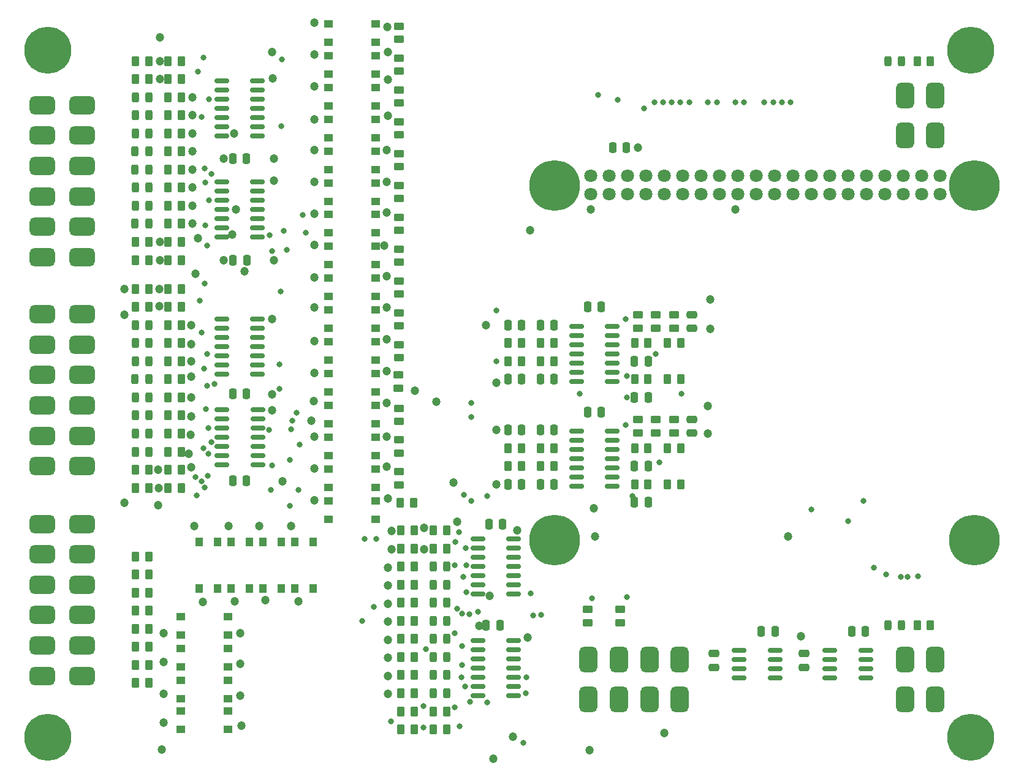
<source format=gbr>
%TF.GenerationSoftware,KiCad,Pcbnew,6.0.7-1.fc36*%
%TF.CreationDate,2022-08-21T12:52:59+01:00*%
%TF.ProjectId,controller,636f6e74-726f-46c6-9c65-722e6b696361,rev?*%
%TF.SameCoordinates,Original*%
%TF.FileFunction,Soldermask,Top*%
%TF.FilePolarity,Negative*%
%FSLAX46Y46*%
G04 Gerber Fmt 4.6, Leading zero omitted, Abs format (unit mm)*
G04 Created by KiCad (PCBNEW 6.0.7-1.fc36) date 2022-08-21 12:52:59*
%MOMM*%
%LPD*%
G01*
G04 APERTURE LIST*
G04 Aperture macros list*
%AMRoundRect*
0 Rectangle with rounded corners*
0 $1 Rounding radius*
0 $2 $3 $4 $5 $6 $7 $8 $9 X,Y pos of 4 corners*
0 Add a 4 corners polygon primitive as box body*
4,1,4,$2,$3,$4,$5,$6,$7,$8,$9,$2,$3,0*
0 Add four circle primitives for the rounded corners*
1,1,$1+$1,$2,$3*
1,1,$1+$1,$4,$5*
1,1,$1+$1,$6,$7*
1,1,$1+$1,$8,$9*
0 Add four rect primitives between the rounded corners*
20,1,$1+$1,$2,$3,$4,$5,0*
20,1,$1+$1,$4,$5,$6,$7,0*
20,1,$1+$1,$6,$7,$8,$9,0*
20,1,$1+$1,$8,$9,$2,$3,0*%
G04 Aperture macros list end*
%ADD10RoundRect,0.250000X0.250000X0.475000X-0.250000X0.475000X-0.250000X-0.475000X0.250000X-0.475000X0*%
%ADD11RoundRect,0.250000X-0.250000X-0.475000X0.250000X-0.475000X0.250000X0.475000X-0.250000X0.475000X0*%
%ADD12RoundRect,0.250000X0.475000X-0.250000X0.475000X0.250000X-0.475000X0.250000X-0.475000X-0.250000X0*%
%ADD13RoundRect,0.625000X-0.625000X-1.125000X0.625000X-1.125000X0.625000X1.125000X-0.625000X1.125000X0*%
%ADD14RoundRect,0.250000X-0.262500X-0.450000X0.262500X-0.450000X0.262500X0.450000X-0.262500X0.450000X0*%
%ADD15RoundRect,0.250000X0.262500X0.450000X-0.262500X0.450000X-0.262500X-0.450000X0.262500X-0.450000X0*%
%ADD16RoundRect,0.250000X0.450000X-0.262500X0.450000X0.262500X-0.450000X0.262500X-0.450000X-0.262500X0*%
%ADD17RoundRect,0.150000X-0.825000X-0.150000X0.825000X-0.150000X0.825000X0.150000X-0.825000X0.150000X0*%
%ADD18R,1.200000X1.000000*%
%ADD19RoundRect,0.243750X0.243750X0.456250X-0.243750X0.456250X-0.243750X-0.456250X0.243750X-0.456250X0*%
%ADD20RoundRect,0.243750X-0.243750X-0.456250X0.243750X-0.456250X0.243750X0.456250X-0.243750X0.456250X0*%
%ADD21R,1.000000X1.200000*%
%ADD22RoundRect,0.250000X-0.450000X0.262500X-0.450000X-0.262500X0.450000X-0.262500X0.450000X0.262500X0*%
%ADD23C,7.000000*%
%ADD24C,1.800000*%
%ADD25RoundRect,0.625000X-1.125000X0.625000X-1.125000X-0.625000X1.125000X-0.625000X1.125000X0.625000X0*%
%ADD26C,6.500000*%
%ADD27C,1.200000*%
%ADD28C,0.800000*%
G04 APERTURE END LIST*
D10*
%TO.C,C1*%
X129950000Y-63500000D03*
X128050000Y-63500000D03*
%TD*%
D11*
%TO.C,C2*%
X148550000Y-130365000D03*
X150450000Y-130365000D03*
%TD*%
D12*
%TO.C,C3*%
X142000000Y-135315000D03*
X142000000Y-133415000D03*
%TD*%
D11*
%TO.C,C4*%
X161050000Y-130365000D03*
X162950000Y-130365000D03*
%TD*%
D12*
%TO.C,C5*%
X154500000Y-135315000D03*
X154500000Y-133415000D03*
%TD*%
D10*
%TO.C,C6*%
X119950000Y-102500000D03*
X118050000Y-102500000D03*
%TD*%
%TO.C,C8*%
X126450000Y-100000000D03*
X124550000Y-100000000D03*
%TD*%
%TO.C,C9*%
X119950000Y-110000000D03*
X118050000Y-110000000D03*
%TD*%
D13*
%TO.C,J1*%
X168400000Y-56250000D03*
X168400000Y-61750000D03*
X172600000Y-56250000D03*
X172600000Y-61750000D03*
%TD*%
%TO.C,J8*%
X168400000Y-134250000D03*
X168400000Y-139750000D03*
X172600000Y-134250000D03*
X172600000Y-139750000D03*
%TD*%
%TO.C,J10*%
X124700000Y-134250000D03*
X124700000Y-139750000D03*
X128900000Y-134250000D03*
X128900000Y-139750000D03*
X133100000Y-134250000D03*
X133100000Y-139750000D03*
X137300000Y-134250000D03*
X137300000Y-139750000D03*
%TD*%
D14*
%TO.C,R1*%
X170087500Y-51500000D03*
X171912500Y-51500000D03*
%TD*%
%TO.C,R2*%
X170087500Y-129500000D03*
X171912500Y-129500000D03*
%TD*%
%TO.C,R3*%
X113587500Y-105000000D03*
X115412500Y-105000000D03*
%TD*%
%TO.C,R4*%
X118087500Y-105000000D03*
X119912500Y-105000000D03*
%TD*%
%TO.C,R5*%
X113587500Y-107500000D03*
X115412500Y-107500000D03*
%TD*%
%TO.C,R6*%
X118087500Y-107500000D03*
X119912500Y-107500000D03*
%TD*%
D15*
%TO.C,R7*%
X137412500Y-110000000D03*
X135587500Y-110000000D03*
%TD*%
%TO.C,R8*%
X132912500Y-110000000D03*
X131087500Y-110000000D03*
%TD*%
%TO.C,R9*%
X132912500Y-105000000D03*
X131087500Y-105000000D03*
%TD*%
D14*
%TO.C,R10*%
X135587500Y-105000000D03*
X137412500Y-105000000D03*
%TD*%
D16*
%TO.C,R11*%
X136500000Y-102912500D03*
X136500000Y-101087500D03*
%TD*%
%TO.C,R13*%
X131500000Y-102912500D03*
X131500000Y-101087500D03*
%TD*%
D15*
%TO.C,R23*%
X68412500Y-54000000D03*
X66587500Y-54000000D03*
%TD*%
D17*
%TO.C,U3*%
X123025000Y-102690000D03*
X123025000Y-103960000D03*
X123025000Y-105230000D03*
X123025000Y-106500000D03*
X123025000Y-107770000D03*
X123025000Y-109040000D03*
X123025000Y-110310000D03*
X127975000Y-110310000D03*
X127975000Y-109040000D03*
X127975000Y-107770000D03*
X127975000Y-106500000D03*
X127975000Y-105230000D03*
X127975000Y-103960000D03*
X127975000Y-102690000D03*
%TD*%
D16*
%TO.C,R12*%
X134000000Y-102912500D03*
X134000000Y-101087500D03*
%TD*%
D18*
%TO.C,O10*%
X95250000Y-88470000D03*
X95250000Y-85930000D03*
X88750000Y-85930000D03*
X88750000Y-88470000D03*
%TD*%
%TO.C,O9*%
X95250000Y-84070000D03*
X95250000Y-81530000D03*
X88750000Y-81530000D03*
X88750000Y-84070000D03*
%TD*%
D11*
%TO.C,C7*%
X113550000Y-102500000D03*
X115450000Y-102500000D03*
%TD*%
D17*
%TO.C,U2*%
X158025000Y-132960000D03*
X158025000Y-134230000D03*
X158025000Y-135500000D03*
X158025000Y-136770000D03*
X162975000Y-136770000D03*
X162975000Y-135500000D03*
X162975000Y-134230000D03*
X162975000Y-132960000D03*
%TD*%
D11*
%TO.C,C10*%
X113550000Y-110000000D03*
X115450000Y-110000000D03*
%TD*%
%TO.C,C11*%
X131050000Y-112500000D03*
X132950000Y-112500000D03*
%TD*%
%TO.C,C12*%
X131050000Y-107500000D03*
X132950000Y-107500000D03*
%TD*%
D12*
%TO.C,C13*%
X139000000Y-102950000D03*
X139000000Y-101050000D03*
%TD*%
D11*
%TO.C,C14*%
X75550000Y-65000000D03*
X77450000Y-65000000D03*
%TD*%
%TO.C,C15*%
X75587500Y-79000000D03*
X77487500Y-79000000D03*
%TD*%
%TO.C,C16*%
X75550000Y-109500000D03*
X77450000Y-109500000D03*
%TD*%
%TO.C,C19*%
X110550000Y-129500000D03*
X112450000Y-129500000D03*
%TD*%
D10*
%TO.C,C20*%
X119950000Y-88000000D03*
X118050000Y-88000000D03*
%TD*%
D11*
%TO.C,C21*%
X113550000Y-88000000D03*
X115450000Y-88000000D03*
%TD*%
D10*
%TO.C,C22*%
X126450000Y-85500000D03*
X124550000Y-85500000D03*
%TD*%
%TO.C,C23*%
X119950000Y-95500000D03*
X118050000Y-95500000D03*
%TD*%
D11*
%TO.C,C24*%
X113550000Y-95500000D03*
X115450000Y-95500000D03*
%TD*%
%TO.C,C25*%
X131050000Y-98000000D03*
X132950000Y-98000000D03*
%TD*%
%TO.C,C26*%
X131050000Y-93000000D03*
X132950000Y-93000000D03*
%TD*%
D12*
%TO.C,C27*%
X139000000Y-88450000D03*
X139000000Y-86550000D03*
%TD*%
D19*
%TO.C,LD1*%
X167937500Y-51500000D03*
X166062500Y-51500000D03*
%TD*%
%TO.C,LD2*%
X167937500Y-129500000D03*
X166062500Y-129500000D03*
%TD*%
%TO.C,LD3*%
X63937500Y-56500000D03*
X62062500Y-56500000D03*
%TD*%
%TO.C,LD4*%
X63937500Y-59000000D03*
X62062500Y-59000000D03*
%TD*%
%TO.C,LD10*%
X63912500Y-74000000D03*
X62037500Y-74000000D03*
%TD*%
D20*
%TO.C,LD19*%
X103237500Y-121400000D03*
X105112500Y-121400000D03*
%TD*%
%TO.C,LD20*%
X103237500Y-123900000D03*
X105112500Y-123900000D03*
%TD*%
%TO.C,LD21*%
X103237500Y-126400000D03*
X105112500Y-126400000D03*
%TD*%
%TO.C,LD23*%
X103262500Y-131400000D03*
X105137500Y-131400000D03*
%TD*%
%TO.C,LD24*%
X103262500Y-133900000D03*
X105137500Y-133900000D03*
%TD*%
%TO.C,LD25*%
X103262500Y-136400000D03*
X105137500Y-136400000D03*
%TD*%
%TO.C,LD26*%
X103237500Y-138900000D03*
X105112500Y-138900000D03*
%TD*%
D18*
%TO.C,O13*%
X95250000Y-114870000D03*
X95250000Y-112330000D03*
X88750000Y-112330000D03*
X88750000Y-114870000D03*
%TD*%
%TO.C,O14*%
X95250000Y-110470000D03*
X95250000Y-107930000D03*
X88750000Y-107930000D03*
X88750000Y-110470000D03*
%TD*%
%TO.C,O16*%
X95250000Y-101670000D03*
X95250000Y-99130000D03*
X88750000Y-99130000D03*
X88750000Y-101670000D03*
%TD*%
D21*
%TO.C,O17*%
X86670000Y-117950000D03*
X84130000Y-117950000D03*
X84130000Y-124450000D03*
X86670000Y-124450000D03*
%TD*%
%TO.C,O19*%
X77870000Y-117950000D03*
X75330000Y-117950000D03*
X75330000Y-124450000D03*
X77870000Y-124450000D03*
%TD*%
%TO.C,O20*%
X73470000Y-117950000D03*
X70930000Y-117950000D03*
X70930000Y-124450000D03*
X73470000Y-124450000D03*
%TD*%
D18*
%TO.C,O21*%
X68350000Y-128330000D03*
X68350000Y-130870000D03*
X74850000Y-130870000D03*
X74850000Y-128330000D03*
%TD*%
%TO.C,O23*%
X68350000Y-137130000D03*
X68350000Y-139670000D03*
X74850000Y-139670000D03*
X74850000Y-137130000D03*
%TD*%
D15*
%TO.C,R26*%
X68412500Y-51500000D03*
X66587500Y-51500000D03*
%TD*%
%TO.C,R28*%
X68412500Y-76500000D03*
X66587500Y-76500000D03*
%TD*%
%TO.C,R30*%
X68412500Y-79000000D03*
X66587500Y-79000000D03*
%TD*%
D14*
%TO.C,R34*%
X66587500Y-64000000D03*
X68412500Y-64000000D03*
%TD*%
%TO.C,R35*%
X66587500Y-66500000D03*
X68412500Y-66500000D03*
%TD*%
%TO.C,R36*%
X66587500Y-69000000D03*
X68412500Y-69000000D03*
%TD*%
%TO.C,R37*%
X66587500Y-71500000D03*
X68412500Y-71500000D03*
%TD*%
%TO.C,R38*%
X66587500Y-74000000D03*
X68412500Y-74000000D03*
%TD*%
D22*
%TO.C,R39*%
X98500000Y-81887500D03*
X98500000Y-83712500D03*
%TD*%
%TO.C,R40*%
X98500000Y-86287500D03*
X98500000Y-88112500D03*
%TD*%
%TO.C,R41*%
X98500000Y-90687500D03*
X98500000Y-92512500D03*
%TD*%
%TO.C,R42*%
X98400000Y-94887500D03*
X98400000Y-96712500D03*
%TD*%
D15*
%TO.C,R43*%
X100512500Y-112600000D03*
X98687500Y-112600000D03*
%TD*%
D22*
%TO.C,R44*%
X98500000Y-108287500D03*
X98500000Y-110112500D03*
%TD*%
%TO.C,R45*%
X98500000Y-103887500D03*
X98500000Y-105712500D03*
%TD*%
%TO.C,R46*%
X98500000Y-99487500D03*
X98500000Y-101312500D03*
%TD*%
D15*
%TO.C,R47*%
X68412500Y-85500000D03*
X66587500Y-85500000D03*
%TD*%
%TO.C,R48*%
X63912500Y-85500000D03*
X62087500Y-85500000D03*
%TD*%
%TO.C,R49*%
X63912500Y-83000000D03*
X62087500Y-83000000D03*
%TD*%
%TO.C,R50*%
X68412500Y-83000000D03*
X66587500Y-83000000D03*
%TD*%
%TO.C,R51*%
X68412500Y-108000000D03*
X66587500Y-108000000D03*
%TD*%
D14*
%TO.C,R52*%
X62087500Y-108000000D03*
X63912500Y-108000000D03*
%TD*%
D15*
%TO.C,R53*%
X68412500Y-110500000D03*
X66587500Y-110500000D03*
%TD*%
D14*
%TO.C,R63*%
X62087500Y-120000000D03*
X63912500Y-120000000D03*
%TD*%
%TO.C,R64*%
X62087500Y-122500000D03*
X63912500Y-122500000D03*
%TD*%
%TO.C,R65*%
X62087500Y-125000000D03*
X63912500Y-125000000D03*
%TD*%
%TO.C,R68*%
X62087500Y-132500000D03*
X63912500Y-132500000D03*
%TD*%
%TO.C,R69*%
X62087500Y-135000000D03*
X63912500Y-135000000D03*
%TD*%
%TO.C,R70*%
X62087500Y-137500000D03*
X63912500Y-137500000D03*
%TD*%
D15*
%TO.C,R71*%
X105087500Y-118900000D03*
X103262500Y-118900000D03*
%TD*%
%TO.C,R73*%
X105087500Y-116400000D03*
X103262500Y-116400000D03*
%TD*%
%TO.C,R74*%
X100587500Y-116400000D03*
X98762500Y-116400000D03*
%TD*%
%TO.C,R75*%
X105087500Y-141400000D03*
X103262500Y-141400000D03*
%TD*%
%TO.C,R76*%
X100587500Y-141400000D03*
X98762500Y-141400000D03*
%TD*%
%TO.C,R77*%
X105087500Y-143900000D03*
X103262500Y-143900000D03*
%TD*%
%TO.C,R78*%
X100587500Y-143900000D03*
X98762500Y-143900000D03*
%TD*%
%TO.C,R79*%
X100587500Y-121400000D03*
X98762500Y-121400000D03*
%TD*%
%TO.C,R80*%
X100587500Y-123900000D03*
X98762500Y-123900000D03*
%TD*%
%TO.C,R81*%
X100587500Y-126400000D03*
X98762500Y-126400000D03*
%TD*%
%TO.C,R82*%
X100587500Y-128900000D03*
X98762500Y-128900000D03*
%TD*%
%TO.C,R83*%
X100587500Y-131400000D03*
X98762500Y-131400000D03*
%TD*%
%TO.C,R84*%
X100587500Y-133900000D03*
X98762500Y-133900000D03*
%TD*%
D14*
%TO.C,R88*%
X118087500Y-90500000D03*
X119912500Y-90500000D03*
%TD*%
%TO.C,R89*%
X113587500Y-93000000D03*
X115412500Y-93000000D03*
%TD*%
%TO.C,R90*%
X118087500Y-93000000D03*
X119912500Y-93000000D03*
%TD*%
D15*
%TO.C,R91*%
X137412500Y-95500000D03*
X135587500Y-95500000D03*
%TD*%
%TO.C,R92*%
X132912500Y-95500000D03*
X131087500Y-95500000D03*
%TD*%
%TO.C,R93*%
X132912500Y-90500000D03*
X131087500Y-90500000D03*
%TD*%
D14*
%TO.C,R94*%
X135587500Y-90500000D03*
X137412500Y-90500000D03*
%TD*%
D16*
%TO.C,R95*%
X136500000Y-88412500D03*
X136500000Y-86587500D03*
%TD*%
%TO.C,R96*%
X134000000Y-88412500D03*
X134000000Y-86587500D03*
%TD*%
%TO.C,R97*%
X131500000Y-88412500D03*
X131500000Y-86587500D03*
%TD*%
D22*
%TO.C,R98*%
X124550000Y-127337500D03*
X124550000Y-129162500D03*
%TD*%
D17*
%TO.C,U5*%
X74025000Y-68190000D03*
X74025000Y-69460000D03*
X74025000Y-70730000D03*
X74025000Y-72000000D03*
X74025000Y-73270000D03*
X74025000Y-74540000D03*
X74025000Y-75810000D03*
X78975000Y-75810000D03*
X78975000Y-74540000D03*
X78975000Y-73270000D03*
X78975000Y-72000000D03*
X78975000Y-70730000D03*
X78975000Y-69460000D03*
X78975000Y-68190000D03*
%TD*%
%TO.C,U6*%
X74025000Y-87190000D03*
X74025000Y-88460000D03*
X74025000Y-89730000D03*
X74025000Y-91000000D03*
X74025000Y-92270000D03*
X74025000Y-93540000D03*
X74025000Y-94810000D03*
X78975000Y-94810000D03*
X78975000Y-93540000D03*
X78975000Y-92270000D03*
X78975000Y-91000000D03*
X78975000Y-89730000D03*
X78975000Y-88460000D03*
X78975000Y-87190000D03*
%TD*%
%TO.C,U7*%
X74050000Y-99690000D03*
X74050000Y-100960000D03*
X74050000Y-102230000D03*
X74050000Y-103500000D03*
X74050000Y-104770000D03*
X74050000Y-106040000D03*
X74050000Y-107310000D03*
X79000000Y-107310000D03*
X79000000Y-106040000D03*
X79000000Y-104770000D03*
X79000000Y-103500000D03*
X79000000Y-102230000D03*
X79000000Y-100960000D03*
X79000000Y-99690000D03*
%TD*%
%TO.C,U8*%
X109400000Y-117590000D03*
X109400000Y-118860000D03*
X109400000Y-120130000D03*
X109400000Y-121400000D03*
X109400000Y-122670000D03*
X109400000Y-123940000D03*
X109400000Y-125210000D03*
X114350000Y-125210000D03*
X114350000Y-123940000D03*
X114350000Y-122670000D03*
X114350000Y-121400000D03*
X114350000Y-120130000D03*
X114350000Y-118860000D03*
X114350000Y-117590000D03*
%TD*%
%TO.C,U10*%
X123025000Y-88190000D03*
X123025000Y-89460000D03*
X123025000Y-90730000D03*
X123025000Y-92000000D03*
X123025000Y-93270000D03*
X123025000Y-94540000D03*
X123025000Y-95810000D03*
X127975000Y-95810000D03*
X127975000Y-94540000D03*
X127975000Y-93270000D03*
X127975000Y-92000000D03*
X127975000Y-90730000D03*
X127975000Y-89460000D03*
X127975000Y-88190000D03*
%TD*%
D18*
%TO.C,O11*%
X95250000Y-92870000D03*
X95250000Y-90330000D03*
X88750000Y-90330000D03*
X88750000Y-92870000D03*
%TD*%
D23*
%TO.C,U11*%
X120000000Y-68750000D03*
X178000000Y-117750000D03*
X178000000Y-68750000D03*
X120000000Y-117750000D03*
D24*
X124960000Y-69900000D03*
X124960000Y-67360000D03*
X127500000Y-69900000D03*
X127500000Y-67360000D03*
X130040000Y-69900000D03*
X130040000Y-67360000D03*
X132580000Y-69900000D03*
X132580000Y-67360000D03*
X135120000Y-69900000D03*
X135120000Y-67360000D03*
X137660000Y-69900000D03*
X137660000Y-67360000D03*
X140200000Y-69900000D03*
X140200000Y-67360000D03*
X142740000Y-69900000D03*
X142740000Y-67360000D03*
X145280000Y-69900000D03*
X145280000Y-67360000D03*
X147820000Y-69900000D03*
X147820000Y-67360000D03*
X150360000Y-69900000D03*
X150360000Y-67360000D03*
X152900000Y-69900000D03*
X152900000Y-67360000D03*
X155440000Y-69900000D03*
X155440000Y-67360000D03*
X157980000Y-69900000D03*
X157980000Y-67360000D03*
X160520000Y-69900000D03*
X160520000Y-67360000D03*
X163060000Y-69900000D03*
X163060000Y-67360000D03*
X165600000Y-69900000D03*
X165600000Y-67360000D03*
X168140000Y-69900000D03*
X168140000Y-67360000D03*
X170680000Y-69900000D03*
X170680000Y-67360000D03*
X173220000Y-69900000D03*
X173220000Y-67360000D03*
%TD*%
D17*
%TO.C,U4*%
X74025000Y-54190000D03*
X74025000Y-55460000D03*
X74025000Y-56730000D03*
X74025000Y-58000000D03*
X74025000Y-59270000D03*
X74025000Y-60540000D03*
X74025000Y-61810000D03*
X78975000Y-61810000D03*
X78975000Y-60540000D03*
X78975000Y-59270000D03*
X78975000Y-58000000D03*
X78975000Y-56730000D03*
X78975000Y-55460000D03*
X78975000Y-54190000D03*
%TD*%
D14*
%TO.C,R32*%
X66587500Y-59000000D03*
X68412500Y-59000000D03*
%TD*%
%TO.C,R33*%
X66587500Y-61500000D03*
X68412500Y-61500000D03*
%TD*%
%TO.C,R31*%
X66587500Y-56500000D03*
X68412500Y-56500000D03*
%TD*%
D18*
%TO.C,O5*%
X95250000Y-66470000D03*
X95250000Y-63930000D03*
X88750000Y-63930000D03*
X88750000Y-66470000D03*
%TD*%
%TO.C,O6*%
X95250000Y-70870000D03*
X95250000Y-68330000D03*
X88750000Y-68330000D03*
X88750000Y-70870000D03*
%TD*%
%TO.C,O7*%
X95250000Y-75270000D03*
X95250000Y-72730000D03*
X88750000Y-72730000D03*
X88750000Y-75270000D03*
%TD*%
%TO.C,O8*%
X95250000Y-79670000D03*
X95250000Y-77130000D03*
X88750000Y-77130000D03*
X88750000Y-79670000D03*
%TD*%
D22*
%TO.C,R19*%
X98500000Y-64287500D03*
X98500000Y-66112500D03*
%TD*%
%TO.C,R20*%
X98500000Y-68687500D03*
X98500000Y-70512500D03*
%TD*%
%TO.C,R21*%
X98500000Y-73087500D03*
X98500000Y-74912500D03*
%TD*%
%TO.C,R22*%
X98500000Y-77487500D03*
X98500000Y-79312500D03*
%TD*%
D15*
%TO.C,R24*%
X63912500Y-51500000D03*
X62087500Y-51500000D03*
%TD*%
%TO.C,R25*%
X63912500Y-54000000D03*
X62087500Y-54000000D03*
%TD*%
D14*
%TO.C,R27*%
X62087500Y-76500000D03*
X63912500Y-76500000D03*
%TD*%
%TO.C,R29*%
X62087500Y-79000000D03*
X63912500Y-79000000D03*
%TD*%
D19*
%TO.C,LD8*%
X63937500Y-69000000D03*
X62062500Y-69000000D03*
%TD*%
%TO.C,LD7*%
X63912500Y-66500000D03*
X62037500Y-66500000D03*
%TD*%
%TO.C,LD6*%
X63912500Y-64000000D03*
X62037500Y-64000000D03*
%TD*%
D25*
%TO.C,J2*%
X54750000Y-57600000D03*
X49250000Y-57600000D03*
X54750000Y-61800000D03*
X49250000Y-61800000D03*
X54750000Y-66000000D03*
X49250000Y-66000000D03*
X54750000Y-70200000D03*
X49250000Y-70200000D03*
X54750000Y-74400000D03*
X49250000Y-74400000D03*
X54750000Y-78600000D03*
X49250000Y-78600000D03*
%TD*%
D19*
%TO.C,LD9*%
X63962500Y-71500000D03*
X62087500Y-71500000D03*
%TD*%
%TO.C,LD5*%
X63937500Y-61500000D03*
X62062500Y-61500000D03*
%TD*%
D18*
%TO.C,O12*%
X95250000Y-97270000D03*
X95250000Y-94730000D03*
X88750000Y-94730000D03*
X88750000Y-97270000D03*
%TD*%
%TO.C,O15*%
X95250000Y-106070000D03*
X95250000Y-103530000D03*
X88750000Y-103530000D03*
X88750000Y-106070000D03*
%TD*%
D21*
%TO.C,O18*%
X82270000Y-117950000D03*
X79730000Y-117950000D03*
X79730000Y-124450000D03*
X82270000Y-124450000D03*
%TD*%
D18*
%TO.C,O22*%
X68350000Y-132730000D03*
X68350000Y-135270000D03*
X74850000Y-135270000D03*
X74850000Y-132730000D03*
%TD*%
%TO.C,O24*%
X68350000Y-141330000D03*
X68350000Y-143870000D03*
X74850000Y-143870000D03*
X74850000Y-141330000D03*
%TD*%
%TO.C,O1*%
X95250000Y-48870000D03*
X95250000Y-46330000D03*
X88750000Y-46330000D03*
X88750000Y-48870000D03*
%TD*%
%TO.C,O2*%
X95250000Y-53270000D03*
X95250000Y-50730000D03*
X88750000Y-50730000D03*
X88750000Y-53270000D03*
%TD*%
%TO.C,O3*%
X95250000Y-57670000D03*
X95250000Y-55130000D03*
X88750000Y-55130000D03*
X88750000Y-57670000D03*
%TD*%
%TO.C,O4*%
X95250000Y-62070000D03*
X95250000Y-59530000D03*
X88750000Y-59530000D03*
X88750000Y-62070000D03*
%TD*%
D22*
%TO.C,R15*%
X98500000Y-46687500D03*
X98500000Y-48512500D03*
%TD*%
%TO.C,R16*%
X98500000Y-51087500D03*
X98500000Y-52912500D03*
%TD*%
%TO.C,R17*%
X98500000Y-55487500D03*
X98500000Y-57312500D03*
%TD*%
%TO.C,R18*%
X98500000Y-59887500D03*
X98500000Y-61712500D03*
%TD*%
D25*
%TO.C,J3*%
X54750000Y-86500000D03*
X49250000Y-86500000D03*
X54750000Y-90700000D03*
X49250000Y-90700000D03*
X54750000Y-94900000D03*
X49250000Y-94900000D03*
X54750000Y-99100000D03*
X49250000Y-99100000D03*
X54750000Y-103300000D03*
X49250000Y-103300000D03*
X54750000Y-107500000D03*
X49250000Y-107500000D03*
%TD*%
D19*
%TO.C,LD12*%
X63937500Y-90500000D03*
X62062500Y-90500000D03*
%TD*%
%TO.C,LD13*%
X63937500Y-93000000D03*
X62062500Y-93000000D03*
%TD*%
%TO.C,LD14*%
X63912500Y-95500000D03*
X62037500Y-95500000D03*
%TD*%
%TO.C,LD15*%
X63937500Y-98000000D03*
X62062500Y-98000000D03*
%TD*%
%TO.C,LD16*%
X63937500Y-100500000D03*
X62062500Y-100500000D03*
%TD*%
%TO.C,LD17*%
X63937500Y-103000000D03*
X62062500Y-103000000D03*
%TD*%
%TO.C,LD18*%
X63937500Y-105500000D03*
X62062500Y-105500000D03*
%TD*%
D14*
%TO.C,R55*%
X66587500Y-88000000D03*
X68412500Y-88000000D03*
%TD*%
%TO.C,R57*%
X66587500Y-93000000D03*
X68412500Y-93000000D03*
%TD*%
%TO.C,R58*%
X66587500Y-95500000D03*
X68412500Y-95500000D03*
%TD*%
%TO.C,R59*%
X66587500Y-98000000D03*
X68412500Y-98000000D03*
%TD*%
%TO.C,R60*%
X66587500Y-100500000D03*
X68412500Y-100500000D03*
%TD*%
%TO.C,R61*%
X66587500Y-103000000D03*
X68412500Y-103000000D03*
%TD*%
%TO.C,R62*%
X66587500Y-105500000D03*
X68412500Y-105500000D03*
%TD*%
D19*
%TO.C,LD11*%
X63937500Y-88000000D03*
X62062500Y-88000000D03*
%TD*%
D25*
%TO.C,J4*%
X54750000Y-115500000D03*
X49250000Y-115500000D03*
X54750000Y-119700000D03*
X49250000Y-119700000D03*
X54750000Y-123900000D03*
X49250000Y-123900000D03*
X54750000Y-128100000D03*
X49250000Y-128100000D03*
X54750000Y-132300000D03*
X49250000Y-132300000D03*
X54750000Y-136500000D03*
X49250000Y-136500000D03*
%TD*%
D14*
%TO.C,R56*%
X66587500Y-90500000D03*
X68412500Y-90500000D03*
%TD*%
D11*
%TO.C,C17*%
X75550000Y-97500000D03*
X77450000Y-97500000D03*
%TD*%
D14*
%TO.C,R54*%
X62087500Y-110500000D03*
X63912500Y-110500000D03*
%TD*%
D11*
%TO.C,C18*%
X110925000Y-115500000D03*
X112825000Y-115500000D03*
%TD*%
D14*
%TO.C,R66*%
X62087500Y-127500000D03*
X63912500Y-127500000D03*
%TD*%
%TO.C,R67*%
X62087500Y-130000000D03*
X63912500Y-130000000D03*
%TD*%
D17*
%TO.C,U9*%
X109400000Y-131590000D03*
X109400000Y-132860000D03*
X109400000Y-134130000D03*
X109400000Y-135400000D03*
X109400000Y-136670000D03*
X109400000Y-137940000D03*
X109400000Y-139210000D03*
X114350000Y-139210000D03*
X114350000Y-137940000D03*
X114350000Y-136670000D03*
X114350000Y-135400000D03*
X114350000Y-134130000D03*
X114350000Y-132860000D03*
X114350000Y-131590000D03*
%TD*%
D20*
%TO.C,LD22*%
X103237500Y-128900000D03*
X105112500Y-128900000D03*
%TD*%
D15*
%TO.C,R85*%
X100587500Y-136400000D03*
X98762500Y-136400000D03*
%TD*%
%TO.C,R86*%
X100587500Y-138900000D03*
X98762500Y-138900000D03*
%TD*%
D14*
%TO.C,R87*%
X113587500Y-90500000D03*
X115412500Y-90500000D03*
%TD*%
D15*
%TO.C,R72*%
X100587500Y-118900000D03*
X98762500Y-118900000D03*
%TD*%
D17*
%TO.C,U1*%
X145525000Y-132960000D03*
X145525000Y-134230000D03*
X145525000Y-135500000D03*
X145525000Y-136770000D03*
X150475000Y-136770000D03*
X150475000Y-135500000D03*
X150475000Y-134230000D03*
X150475000Y-132960000D03*
%TD*%
D22*
%TO.C,R14*%
X129050000Y-127337500D03*
X129050000Y-129162500D03*
%TD*%
D26*
%TO.C,F3*%
X177500000Y-145000000D03*
%TD*%
%TO.C,F4*%
X50000000Y-50000000D03*
%TD*%
%TO.C,F2*%
X50000000Y-145000000D03*
%TD*%
%TO.C,F1*%
X177500000Y-50000000D03*
%TD*%
D27*
X106000000Y-109800000D03*
X106500000Y-115200000D03*
X96800000Y-72400000D03*
X96800000Y-85600000D03*
X97000000Y-134000000D03*
X71400000Y-126300000D03*
X96800000Y-94400000D03*
X97000000Y-129000000D03*
X96965142Y-50235061D03*
X96965142Y-54035061D03*
X97000000Y-121500000D03*
X97000000Y-124000000D03*
X96800000Y-90000000D03*
X103700000Y-98600000D03*
X100700000Y-97100000D03*
X96500000Y-77000000D03*
X96900498Y-46800000D03*
X96965142Y-59035061D03*
X97000000Y-136500000D03*
X76600000Y-139200000D03*
X96800000Y-63800000D03*
X80050693Y-126025999D03*
X76700000Y-143400000D03*
X97000000Y-131500000D03*
X96800000Y-98800000D03*
X97000000Y-139000000D03*
X96800000Y-103400000D03*
X84600000Y-126200000D03*
X97000000Y-126500000D03*
X76600000Y-134800000D03*
X96800000Y-107600000D03*
X75800000Y-126200000D03*
X96800000Y-81200000D03*
X109600000Y-129600000D03*
X97000000Y-112000000D03*
X111000000Y-125400000D03*
X96800000Y-68200000D03*
X131500000Y-63500000D03*
X76600000Y-130600000D03*
X65500000Y-51500000D03*
X65500000Y-48250000D03*
X65500000Y-54000000D03*
X81000000Y-87200000D03*
X81000000Y-50250000D03*
X65300000Y-110500000D03*
X65200000Y-108000000D03*
X60600000Y-86600000D03*
X77200000Y-80600000D03*
X81000000Y-99800000D03*
X65400000Y-83000000D03*
X81250000Y-65000000D03*
X81042143Y-53924500D03*
X81000000Y-97600000D03*
X65500000Y-79000000D03*
X65400000Y-85400000D03*
X65750000Y-146650000D03*
X60600000Y-83000000D03*
X81250000Y-68024500D03*
X81250000Y-79000000D03*
X65500000Y-76500000D03*
X60600000Y-112600000D03*
X65200000Y-112924500D03*
X82400000Y-109600000D03*
X135200000Y-144400000D03*
D28*
X81000000Y-77800000D03*
X80600000Y-75600000D03*
D27*
X70000000Y-59000000D03*
X69800000Y-90600000D03*
X141200000Y-99200000D03*
X69800000Y-98000000D03*
X124800000Y-146800000D03*
X66000000Y-130600000D03*
X86800000Y-94600000D03*
X70200000Y-115800000D03*
X74250000Y-65000000D03*
X86800000Y-81400000D03*
X83600000Y-115800000D03*
X66000000Y-134600000D03*
X70750000Y-76000000D03*
X86800000Y-68200000D03*
X75750000Y-61500000D03*
X86800000Y-72600000D03*
X86800000Y-85600000D03*
X86800000Y-63800000D03*
X70000000Y-61500000D03*
X112000000Y-96000000D03*
X69825999Y-107679463D03*
X69800000Y-93000000D03*
X86750000Y-98500000D03*
X86800000Y-90200000D03*
X76000000Y-72000000D03*
X86800000Y-55000000D03*
X141500000Y-88500000D03*
X69676498Y-103200628D03*
X69467952Y-105830463D03*
X70000000Y-69000000D03*
X141200000Y-103000000D03*
X70000000Y-56500000D03*
X74279849Y-79027593D03*
X70000000Y-71500000D03*
X112000000Y-102500000D03*
X75500000Y-75500000D03*
X69832068Y-95124500D03*
X66000000Y-143000000D03*
X112000000Y-110000000D03*
X86800000Y-107800000D03*
X70000000Y-66500000D03*
X70000000Y-64000000D03*
X86800000Y-50600000D03*
X86844436Y-76956995D03*
X86800000Y-112200000D03*
X69800000Y-100600000D03*
X75000000Y-115800000D03*
X79200000Y-115800000D03*
X86800000Y-46200000D03*
X70403373Y-80875500D03*
X86842001Y-59549500D03*
X66000000Y-139000000D03*
X70000000Y-74000000D03*
X86399631Y-101212991D03*
X86800000Y-103400000D03*
X111500000Y-148000000D03*
X69800000Y-88000000D03*
X141500000Y-84500000D03*
X110500000Y-88000000D03*
X152300000Y-117200000D03*
X125416527Y-113325999D03*
X125600000Y-117200000D03*
X154000000Y-131000000D03*
D28*
X130724500Y-111612751D03*
X134500000Y-107000000D03*
D27*
X97500000Y-116500000D03*
X114800000Y-116400000D03*
X97500000Y-119000000D03*
X145000000Y-72000000D03*
X114250055Y-144950999D03*
X102000000Y-116000000D03*
X116300000Y-131200000D03*
X125000000Y-72000000D03*
X102000000Y-119000000D03*
X116600000Y-74900000D03*
D28*
X112000000Y-86000000D03*
X112000000Y-93000000D03*
X137500000Y-97500000D03*
X123500000Y-97500000D03*
X130000000Y-98000000D03*
X134013408Y-91995124D03*
X130000000Y-95000000D03*
X71600000Y-94000000D03*
X71986643Y-96405937D03*
X108500000Y-98750000D03*
X84362701Y-100112701D03*
X80562930Y-102511188D03*
X71500000Y-105000000D03*
X80800000Y-110800000D03*
X81000000Y-107400000D03*
X72124500Y-108835715D03*
X83750000Y-101250000D03*
X108500000Y-100750000D03*
X72204966Y-105798644D03*
X107500000Y-111500000D03*
X107725999Y-118860000D03*
X155500000Y-113500000D03*
X107800000Y-121200000D03*
X160520000Y-115120000D03*
X108488467Y-112350999D03*
X110700000Y-111600000D03*
X107845707Y-124887131D03*
X162700000Y-112300000D03*
X116700000Y-125100000D03*
X117055603Y-128124500D03*
X164100000Y-121500000D03*
X107231439Y-127881177D03*
X107200000Y-132400000D03*
X165800427Y-122475500D03*
X167800000Y-122800000D03*
X108225801Y-127982410D03*
X107200000Y-135000000D03*
X168800000Y-122800000D03*
X109400000Y-127600000D03*
X107660000Y-137940000D03*
X110700000Y-140200000D03*
X116000000Y-138900000D03*
X108300000Y-140100000D03*
X118100000Y-128100000D03*
X170200000Y-122700000D03*
X71500000Y-51000000D03*
X72250000Y-56750000D03*
X71250000Y-59250000D03*
X70750000Y-53000000D03*
X82249500Y-60500000D03*
X82304582Y-51276498D03*
X71700000Y-66300000D03*
X71750000Y-74250000D03*
X71750000Y-68250000D03*
X72600000Y-67100000D03*
X72000000Y-77000000D03*
X72250000Y-70750000D03*
X85200000Y-72800000D03*
X85600000Y-75200000D03*
X82568997Y-74942934D03*
X82999000Y-77600000D03*
X71200000Y-89000000D03*
X71000000Y-84600000D03*
X73000000Y-96100000D03*
X71629107Y-82275500D03*
X72000000Y-92000000D03*
X82000000Y-96800000D03*
X82200000Y-83345500D03*
X82000000Y-93400000D03*
X70600000Y-111550000D03*
X70371429Y-109041005D03*
X71800000Y-99600000D03*
X72200000Y-102200000D03*
X71200000Y-109600000D03*
X84750000Y-104500000D03*
X72609156Y-104216230D03*
X84600000Y-110800000D03*
X71653000Y-110490953D03*
X83400000Y-106600000D03*
X83399500Y-112958047D03*
X83600000Y-102400000D03*
X106200000Y-121200000D03*
X95000000Y-127000000D03*
X95400000Y-117600000D03*
X106250000Y-118000000D03*
X107400000Y-122800000D03*
X106800000Y-116600000D03*
X106500000Y-127200000D03*
X93725000Y-117525000D03*
X93400000Y-128900000D03*
X106175500Y-140866249D03*
X106200000Y-130600000D03*
X102200000Y-132800000D03*
X101900000Y-140700000D03*
X107100000Y-136700000D03*
X106900000Y-143500000D03*
X97400000Y-142800000D03*
X115686451Y-145749502D03*
X101900000Y-143600000D03*
X116087701Y-136687701D03*
X152600000Y-57200000D03*
X151400000Y-57200000D03*
X150200000Y-57200000D03*
X149000000Y-57200000D03*
X146200000Y-57200000D03*
X145000000Y-57200000D03*
X142400000Y-57200000D03*
X141200000Y-57200000D03*
X138600000Y-57200000D03*
X137400000Y-57200000D03*
X136200000Y-57200000D03*
X135000000Y-57200000D03*
X132400000Y-58000000D03*
X133800000Y-57200000D03*
X128719358Y-56823502D03*
X126000000Y-56200000D03*
X129800000Y-101800000D03*
X130000000Y-125600000D03*
X129800000Y-87200000D03*
X125200000Y-125800000D03*
M02*

</source>
